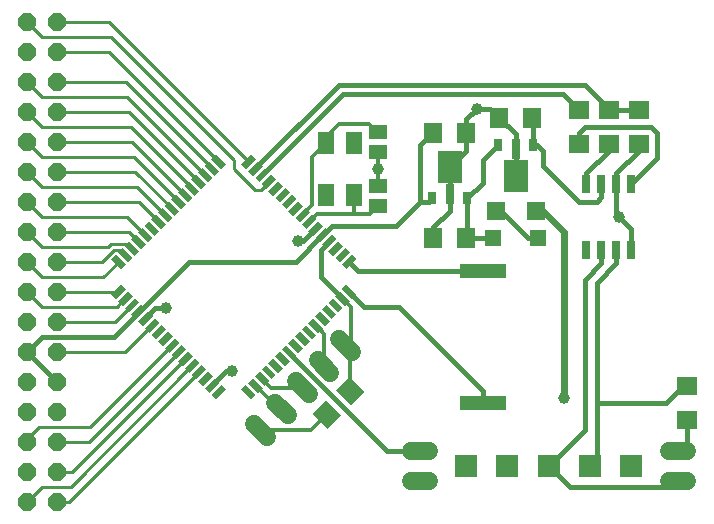
<source format=gbr>
G04 EAGLE Gerber RS-274X export*
G75*
%MOMM*%
%FSLAX34Y34*%
%LPD*%
%INTop Copper*%
%IPPOS*%
%AMOC8*
5,1,8,0,0,1.08239X$1,22.5*%
G01*
%ADD10R,0.558800X1.193800*%
%ADD11R,1.193800X0.558800*%
%ADD12R,1.500000X1.300000*%
%ADD13R,1.803000X1.600000*%
%ADD14R,1.400000X1.900000*%
%ADD15R,1.600000X1.800000*%
%ADD16C,1.524000*%
%ADD17R,0.711200X1.524000*%
%ADD18R,0.700000X1.100000*%
%ADD19R,0.700000X1.800000*%
%ADD20R,2.000000X2.800000*%
%ADD21R,1.400000X1.400000*%
%ADD22R,1.600000X1.600000*%
%ADD23P,1.649562X8X292.500000*%
%ADD24R,4.000000X1.200000*%
%ADD25R,1.950000X1.950000*%
%ADD26C,0.254000*%
%ADD27C,0.406400*%
%ADD28C,0.304800*%
%ADD29C,1.006400*%
%ADD30C,0.609600*%


D10*
G36*
X180017Y111815D02*
X183968Y107864D01*
X175527Y99423D01*
X171576Y103374D01*
X180017Y111815D01*
G37*
G36*
X174360Y117472D02*
X178311Y113521D01*
X169870Y105080D01*
X165919Y109031D01*
X174360Y117472D01*
G37*
G36*
X168703Y123129D02*
X172654Y119178D01*
X164213Y110737D01*
X160262Y114688D01*
X168703Y123129D01*
G37*
G36*
X163047Y128786D02*
X166998Y124835D01*
X158557Y116394D01*
X154606Y120345D01*
X163047Y128786D01*
G37*
G36*
X157390Y134443D02*
X161341Y130492D01*
X152900Y122051D01*
X148949Y126002D01*
X157390Y134443D01*
G37*
G36*
X151733Y140100D02*
X155684Y136149D01*
X147243Y127708D01*
X143292Y131659D01*
X151733Y140100D01*
G37*
G36*
X146076Y145756D02*
X150027Y141805D01*
X141586Y133364D01*
X137635Y137315D01*
X146076Y145756D01*
G37*
G36*
X140419Y151413D02*
X144370Y147462D01*
X135929Y139021D01*
X131978Y142972D01*
X140419Y151413D01*
G37*
G36*
X134762Y157070D02*
X138713Y153119D01*
X130272Y144678D01*
X126321Y148629D01*
X134762Y157070D01*
G37*
G36*
X129105Y162727D02*
X133056Y158776D01*
X124615Y150335D01*
X120664Y154286D01*
X129105Y162727D01*
G37*
G36*
X123449Y168384D02*
X127400Y164433D01*
X118959Y155992D01*
X115008Y159943D01*
X123449Y168384D01*
G37*
G36*
X117792Y174041D02*
X121743Y170090D01*
X113302Y161649D01*
X109351Y165600D01*
X117792Y174041D01*
G37*
G36*
X112135Y179698D02*
X116086Y175747D01*
X107645Y167306D01*
X103694Y171257D01*
X112135Y179698D01*
G37*
G36*
X106478Y185354D02*
X110429Y181403D01*
X101988Y172962D01*
X98037Y176913D01*
X106478Y185354D01*
G37*
G36*
X100821Y191011D02*
X104772Y187060D01*
X96331Y178619D01*
X92380Y182570D01*
X100821Y191011D01*
G37*
G36*
X95164Y196668D02*
X99115Y192717D01*
X90674Y184276D01*
X86723Y188227D01*
X95164Y196668D01*
G37*
D11*
G36*
X240581Y151413D02*
X249022Y142972D01*
X245071Y139021D01*
X236630Y147462D01*
X240581Y151413D01*
G37*
G36*
X234924Y145756D02*
X243365Y137315D01*
X239414Y133364D01*
X230973Y141805D01*
X234924Y145756D01*
G37*
G36*
X229267Y140100D02*
X237708Y131659D01*
X233757Y127708D01*
X225316Y136149D01*
X229267Y140100D01*
G37*
G36*
X223610Y134443D02*
X232051Y126002D01*
X228100Y122051D01*
X219659Y130492D01*
X223610Y134443D01*
G37*
G36*
X217953Y128786D02*
X226394Y120345D01*
X222443Y116394D01*
X214002Y124835D01*
X217953Y128786D01*
G37*
G36*
X212297Y123129D02*
X220738Y114688D01*
X216787Y110737D01*
X208346Y119178D01*
X212297Y123129D01*
G37*
G36*
X206640Y117472D02*
X215081Y109031D01*
X211130Y105080D01*
X202689Y113521D01*
X206640Y117472D01*
G37*
G36*
X200983Y111815D02*
X209424Y103374D01*
X205473Y99423D01*
X197032Y107864D01*
X200983Y111815D01*
G37*
G36*
X246238Y157070D02*
X254679Y148629D01*
X250728Y144678D01*
X242287Y153119D01*
X246238Y157070D01*
G37*
G36*
X251895Y162727D02*
X260336Y154286D01*
X256385Y150335D01*
X247944Y158776D01*
X251895Y162727D01*
G37*
G36*
X257551Y168384D02*
X265992Y159943D01*
X262041Y155992D01*
X253600Y164433D01*
X257551Y168384D01*
G37*
G36*
X263208Y174041D02*
X271649Y165600D01*
X267698Y161649D01*
X259257Y170090D01*
X263208Y174041D01*
G37*
G36*
X268865Y179698D02*
X277306Y171257D01*
X273355Y167306D01*
X264914Y175747D01*
X268865Y179698D01*
G37*
G36*
X274522Y185354D02*
X282963Y176913D01*
X279012Y172962D01*
X270571Y181403D01*
X274522Y185354D01*
G37*
G36*
X280179Y191011D02*
X288620Y182570D01*
X284669Y178619D01*
X276228Y187060D01*
X280179Y191011D01*
G37*
G36*
X285836Y196668D02*
X294277Y188227D01*
X290326Y184276D01*
X281885Y192717D01*
X285836Y196668D01*
G37*
D10*
G36*
X290326Y222124D02*
X294277Y218173D01*
X285836Y209732D01*
X281885Y213683D01*
X290326Y222124D01*
G37*
G36*
X284669Y227781D02*
X288620Y223830D01*
X280179Y215389D01*
X276228Y219340D01*
X284669Y227781D01*
G37*
G36*
X279012Y233438D02*
X282963Y229487D01*
X274522Y221046D01*
X270571Y224997D01*
X279012Y233438D01*
G37*
G36*
X273355Y239094D02*
X277306Y235143D01*
X268865Y226702D01*
X264914Y230653D01*
X273355Y239094D01*
G37*
G36*
X267698Y244751D02*
X271649Y240800D01*
X263208Y232359D01*
X259257Y236310D01*
X267698Y244751D01*
G37*
G36*
X262041Y250408D02*
X265992Y246457D01*
X257551Y238016D01*
X253600Y241967D01*
X262041Y250408D01*
G37*
G36*
X256385Y256065D02*
X260336Y252114D01*
X251895Y243673D01*
X247944Y247624D01*
X256385Y256065D01*
G37*
G36*
X250728Y261722D02*
X254679Y257771D01*
X246238Y249330D01*
X242287Y253281D01*
X250728Y261722D01*
G37*
G36*
X245071Y267379D02*
X249022Y263428D01*
X240581Y254987D01*
X236630Y258938D01*
X245071Y267379D01*
G37*
G36*
X239414Y273036D02*
X243365Y269085D01*
X234924Y260644D01*
X230973Y264595D01*
X239414Y273036D01*
G37*
G36*
X233757Y278692D02*
X237708Y274741D01*
X229267Y266300D01*
X225316Y270251D01*
X233757Y278692D01*
G37*
G36*
X228100Y284349D02*
X232051Y280398D01*
X223610Y271957D01*
X219659Y275908D01*
X228100Y284349D01*
G37*
G36*
X222443Y290006D02*
X226394Y286055D01*
X217953Y277614D01*
X214002Y281565D01*
X222443Y290006D01*
G37*
G36*
X216787Y295663D02*
X220738Y291712D01*
X212297Y283271D01*
X208346Y287222D01*
X216787Y295663D01*
G37*
G36*
X211130Y301320D02*
X215081Y297369D01*
X206640Y288928D01*
X202689Y292879D01*
X211130Y301320D01*
G37*
G36*
X205473Y306977D02*
X209424Y303026D01*
X200983Y294585D01*
X197032Y298536D01*
X205473Y306977D01*
G37*
D11*
G36*
X175527Y306977D02*
X183968Y298536D01*
X180017Y294585D01*
X171576Y303026D01*
X175527Y306977D01*
G37*
G36*
X169870Y301320D02*
X178311Y292879D01*
X174360Y288928D01*
X165919Y297369D01*
X169870Y301320D01*
G37*
G36*
X164213Y295663D02*
X172654Y287222D01*
X168703Y283271D01*
X160262Y291712D01*
X164213Y295663D01*
G37*
G36*
X158557Y290006D02*
X166998Y281565D01*
X163047Y277614D01*
X154606Y286055D01*
X158557Y290006D01*
G37*
G36*
X152900Y284349D02*
X161341Y275908D01*
X157390Y271957D01*
X148949Y280398D01*
X152900Y284349D01*
G37*
G36*
X147243Y278692D02*
X155684Y270251D01*
X151733Y266300D01*
X143292Y274741D01*
X147243Y278692D01*
G37*
G36*
X141586Y273036D02*
X150027Y264595D01*
X146076Y260644D01*
X137635Y269085D01*
X141586Y273036D01*
G37*
G36*
X135929Y267379D02*
X144370Y258938D01*
X140419Y254987D01*
X131978Y263428D01*
X135929Y267379D01*
G37*
G36*
X130272Y261722D02*
X138713Y253281D01*
X134762Y249330D01*
X126321Y257771D01*
X130272Y261722D01*
G37*
G36*
X124615Y256065D02*
X133056Y247624D01*
X129105Y243673D01*
X120664Y252114D01*
X124615Y256065D01*
G37*
G36*
X118959Y250408D02*
X127400Y241967D01*
X123449Y238016D01*
X115008Y246457D01*
X118959Y250408D01*
G37*
G36*
X113302Y244751D02*
X121743Y236310D01*
X117792Y232359D01*
X109351Y240800D01*
X113302Y244751D01*
G37*
G36*
X107645Y239094D02*
X116086Y230653D01*
X112135Y226702D01*
X103694Y235143D01*
X107645Y239094D01*
G37*
G36*
X101988Y233438D02*
X110429Y224997D01*
X106478Y221046D01*
X98037Y229487D01*
X101988Y233438D01*
G37*
G36*
X96331Y227781D02*
X104772Y219340D01*
X100821Y215389D01*
X92380Y223830D01*
X96331Y227781D01*
G37*
G36*
X90674Y222124D02*
X99115Y213683D01*
X95164Y209732D01*
X86723Y218173D01*
X90674Y222124D01*
G37*
D12*
X312420Y309000D03*
X312420Y326000D03*
D13*
X482600Y315980D03*
X482600Y344420D03*
D12*
X312420Y280280D03*
X312420Y263280D03*
D14*
X292670Y272640D03*
X292670Y316640D03*
X268670Y316640D03*
X268670Y272640D03*
D15*
G36*
X281521Y85914D02*
X270208Y74601D01*
X257481Y87328D01*
X268794Y98641D01*
X281521Y85914D01*
G37*
G36*
X301319Y105712D02*
X290006Y94399D01*
X277279Y107126D01*
X288592Y118439D01*
X301319Y105712D01*
G37*
D16*
X290229Y139753D02*
X279453Y150529D01*
X261492Y132569D02*
X272269Y121792D01*
X254308Y103832D02*
X243532Y114608D01*
X225571Y96648D02*
X236348Y85871D01*
X218387Y67911D02*
X207611Y78687D01*
D17*
X527050Y281940D03*
X514350Y281940D03*
X501650Y281940D03*
X488950Y281940D03*
X488950Y226060D03*
X501650Y226060D03*
X514350Y226060D03*
X527050Y226060D03*
D18*
X388380Y269520D03*
X358380Y269520D03*
D19*
X373380Y273020D03*
D20*
X373380Y296020D03*
D18*
X414260Y314680D03*
X444260Y314680D03*
D19*
X429260Y311180D03*
D20*
X429260Y288180D03*
D21*
X410260Y236220D03*
X448260Y236220D03*
D13*
X508000Y315980D03*
X508000Y344420D03*
X533400Y344420D03*
X533400Y315980D03*
D15*
X415260Y337820D03*
X443260Y337820D03*
D16*
X558800Y55880D02*
X574040Y55880D01*
X574040Y30480D02*
X558800Y30480D01*
D13*
X574040Y82300D03*
X574040Y110740D03*
D22*
X446260Y259080D03*
X412260Y259080D03*
D23*
X40640Y419100D03*
X15240Y419100D03*
X40640Y393700D03*
X15240Y393700D03*
X40640Y368300D03*
X15240Y368300D03*
X40640Y342900D03*
X15240Y342900D03*
X40640Y317500D03*
X15240Y317500D03*
X40640Y292100D03*
X15240Y292100D03*
X40640Y266700D03*
X15240Y266700D03*
X40640Y241300D03*
X15240Y241300D03*
X40640Y215900D03*
X15240Y215900D03*
X40640Y190500D03*
X15240Y190500D03*
X40640Y165100D03*
X15240Y165100D03*
X40640Y139700D03*
X15240Y139700D03*
X40640Y114300D03*
X15240Y114300D03*
X40640Y88900D03*
X15240Y88900D03*
X40640Y63500D03*
X15240Y63500D03*
X40640Y38100D03*
X15240Y38100D03*
X40640Y12700D03*
X15240Y12700D03*
D15*
X387380Y325120D03*
X359380Y325120D03*
X359380Y236220D03*
X387380Y236220D03*
D24*
X401320Y208400D03*
X401320Y96400D03*
D16*
X355600Y55880D02*
X340360Y55880D01*
X340360Y30480D02*
X355600Y30480D01*
D25*
X527200Y43180D03*
X492200Y43180D03*
X457200Y43180D03*
X422200Y43180D03*
X387200Y43180D03*
D26*
X98940Y368300D02*
X40640Y368300D01*
X98940Y368300D02*
X172115Y295124D01*
X84909Y419100D02*
X40640Y419100D01*
X84909Y419100D02*
X203228Y300781D01*
X84854Y393700D02*
X40640Y393700D01*
X84854Y393700D02*
X177772Y300781D01*
X213248Y276860D02*
X220198Y283810D01*
X213248Y276860D02*
X208280Y276860D01*
X190500Y294640D01*
X190500Y302260D01*
X86360Y406400D01*
X27940Y406400D01*
X15240Y419100D01*
D27*
X288081Y215928D02*
X295609Y208400D01*
X401320Y208400D01*
D26*
X15240Y63500D02*
X12700Y63500D01*
X25400Y76200D01*
X69157Y76200D02*
X138174Y145217D01*
X69157Y76200D02*
X25400Y76200D01*
X50912Y12700D02*
X160802Y122590D01*
X50912Y12700D02*
X40640Y12700D01*
X27940Y25400D02*
X15240Y12700D01*
X52298Y25400D02*
X155145Y128247D01*
X52298Y25400D02*
X27940Y25400D01*
X27940Y355600D02*
X15240Y368300D01*
X100327Y355600D02*
X166458Y289467D01*
X100327Y355600D02*
X27940Y355600D01*
X101713Y342900D02*
X160802Y283810D01*
X101713Y342900D02*
X40640Y342900D01*
X27940Y330200D02*
X15240Y342900D01*
X103099Y330200D02*
X155145Y278153D01*
X103099Y330200D02*
X27940Y330200D01*
X104485Y317500D02*
X149488Y272496D01*
X104485Y317500D02*
X40640Y317500D01*
X27940Y304800D02*
X15240Y317500D01*
X105871Y304800D02*
X143831Y266840D01*
X105871Y304800D02*
X27940Y304800D01*
X107258Y292100D02*
X138174Y261183D01*
X107258Y292100D02*
X40640Y292100D01*
X27940Y279400D02*
X15240Y292100D01*
X108644Y279400D02*
X132517Y255526D01*
X108644Y279400D02*
X27940Y279400D01*
X110031Y266700D02*
X126860Y249869D01*
X110031Y266700D02*
X40640Y266700D01*
X27940Y254000D02*
X15240Y266700D01*
X100103Y254000D02*
X115547Y238555D01*
X100103Y254000D02*
X27940Y254000D01*
X101489Y241300D02*
X109890Y232898D01*
X101489Y241300D02*
X40640Y241300D01*
X27940Y228600D02*
X15240Y241300D01*
X100335Y231140D02*
X104233Y227242D01*
X100335Y231140D02*
X86360Y231140D01*
X83820Y228600D01*
X27940Y228600D01*
X94102Y226060D02*
X98576Y221585D01*
X94102Y226060D02*
X88900Y226060D01*
X78740Y215900D01*
X40640Y215900D01*
X27940Y203200D02*
X15240Y215900D01*
X80192Y203200D02*
X92919Y215928D01*
X80192Y203200D02*
X27940Y203200D01*
X40640Y190500D02*
X92893Y190500D01*
X92919Y190472D01*
X98576Y184815D02*
X91561Y177800D01*
X27940Y177800D01*
X15240Y190500D01*
X90174Y165100D02*
X104233Y179158D01*
X90174Y165100D02*
X40640Y165100D01*
D27*
X249264Y233680D02*
X259796Y244212D01*
X249264Y233680D02*
X245110Y233680D01*
X124232Y176530D02*
X115547Y167845D01*
X124232Y176530D02*
X133350Y176530D01*
X184029Y123190D02*
X189230Y123190D01*
X184029Y123190D02*
X172115Y111276D01*
X429260Y288180D02*
X429260Y323820D01*
X415260Y337820D01*
X407640Y345440D02*
X396240Y345440D01*
X407640Y345440D02*
X415260Y337820D01*
X387380Y336580D02*
X387380Y325120D01*
X387380Y336580D02*
X396240Y345440D01*
X387380Y325120D02*
X387380Y310020D01*
X373380Y296020D01*
X359380Y245080D02*
X359380Y236220D01*
X359380Y245080D02*
X373380Y259080D01*
X373380Y296020D01*
D28*
X269501Y86621D02*
X256179Y73299D01*
X212999Y73299D01*
D27*
X514350Y281940D02*
X514350Y290830D01*
X533400Y309880D01*
X533400Y315980D01*
X514350Y256540D02*
X516890Y254000D01*
X514350Y256540D02*
X514350Y281940D01*
X516890Y254000D02*
X527050Y243840D01*
X527050Y226060D01*
D28*
X312420Y294640D02*
X312420Y309000D01*
X312420Y294640D02*
X312420Y280280D01*
D29*
X516890Y254000D03*
X396240Y345440D03*
X245110Y233680D03*
X189230Y123190D03*
X133350Y176530D03*
X312420Y294640D03*
D27*
X271110Y232898D02*
X264160Y225948D01*
X264160Y203080D01*
X282424Y184815D01*
D28*
X284841Y145141D02*
X289300Y140684D01*
X289299Y106419D01*
X289560Y177680D02*
X282424Y184815D01*
X289560Y177680D02*
X289560Y149860D01*
X284841Y145141D01*
D27*
X242798Y215900D02*
X265453Y238555D01*
X242798Y215900D02*
X152288Y215900D01*
X109890Y173502D01*
X40640Y114300D02*
X15240Y139700D01*
X88788Y152400D02*
X109890Y173502D01*
X88788Y152400D02*
X27940Y152400D01*
X15240Y139700D01*
X265453Y238555D02*
X273278Y246380D01*
X327660Y246380D01*
X347980Y266700D01*
X347980Y314960D01*
X358140Y325120D01*
X359380Y325120D01*
X358380Y269520D02*
X355560Y266700D01*
X347980Y266700D01*
D28*
X256540Y263583D02*
X248483Y255526D01*
X256540Y263583D02*
X256540Y304510D01*
X268670Y316640D01*
X311540Y326000D02*
X312420Y326000D01*
X311540Y326000D02*
X304800Y332740D01*
X279400Y332740D01*
X269240Y322580D01*
X269240Y317210D01*
X268670Y316640D01*
X260810Y256540D02*
X254140Y249869D01*
X260810Y256540D02*
X279400Y256540D01*
X292670Y256540D02*
X305680Y256540D01*
X312420Y263280D01*
X292670Y256540D02*
X292670Y272640D01*
X292670Y256540D02*
X279400Y256540D01*
X208885Y111276D02*
X228902Y91260D01*
X230959Y91259D01*
X222255Y109220D02*
X214542Y116933D01*
X222255Y109220D02*
X248920Y109220D01*
X266881Y155104D02*
X259796Y162188D01*
X266881Y155104D02*
X266881Y127181D01*
D27*
X388380Y269520D02*
X401320Y282460D01*
X401320Y301740D01*
X414260Y314680D01*
X388380Y269520D02*
X388380Y241300D01*
X388380Y237220D01*
X387380Y236220D01*
X393460Y236220D02*
X410260Y236220D01*
X393460Y236220D02*
X388380Y241300D01*
X444260Y314680D02*
X444260Y336820D01*
X443260Y337820D01*
X444260Y314680D02*
X447320Y314680D01*
X452120Y309880D01*
X452120Y297180D01*
X482600Y266700D01*
X497840Y266700D01*
X501650Y270510D01*
X501650Y281940D01*
D26*
X143831Y139560D02*
X67770Y63500D01*
X40640Y63500D01*
D27*
X214542Y289467D02*
X283214Y358140D01*
X468880Y358140D02*
X482600Y344420D01*
X468880Y358140D02*
X283214Y358140D01*
X508000Y344420D02*
X533400Y344420D01*
X279521Y365760D02*
X208885Y295124D01*
X508000Y344420D02*
X508000Y345440D01*
X487680Y365760D01*
X279521Y365760D01*
X482600Y325120D02*
X482600Y315980D01*
X482600Y325120D02*
X487680Y330200D01*
X543560Y330200D01*
X548640Y325120D01*
X548640Y303530D01*
X527050Y281940D01*
X488950Y281940D02*
X488950Y290830D01*
X508000Y309880D01*
X508000Y315980D01*
X514350Y226060D02*
X514350Y214630D01*
X497840Y198120D01*
X497840Y96520D02*
X497840Y48820D01*
X497840Y96520D02*
X497840Y198120D01*
X497840Y48820D02*
X492200Y43180D01*
X570480Y110740D02*
X574040Y110740D01*
X570480Y110740D02*
X556260Y96520D01*
X497840Y96520D01*
X501650Y214630D02*
X501650Y226060D01*
X501650Y214630D02*
X487680Y200660D01*
X487680Y73660D01*
X457200Y43180D01*
X561340Y25400D02*
X566420Y30480D01*
X561340Y25400D02*
X474980Y25400D01*
X457200Y43180D01*
X566420Y55880D02*
X574040Y63500D01*
X574040Y82300D01*
X448260Y236220D02*
X439420Y236220D01*
X416560Y259080D01*
X412260Y259080D01*
D30*
X469900Y241300D02*
X469900Y100480D01*
X469900Y241300D02*
X452120Y259080D01*
X446260Y259080D01*
D29*
X469900Y100480D03*
D26*
X121204Y162188D02*
X98716Y139700D01*
X40640Y139700D01*
X53684Y38100D02*
X149488Y133904D01*
X53684Y38100D02*
X40640Y38100D01*
D27*
X320040Y55880D02*
X347980Y55880D01*
X320040Y55880D02*
X237170Y138750D01*
X237169Y139560D01*
X288081Y190472D02*
X300754Y177800D01*
X330200Y177800D01*
X401320Y106680D01*
X401320Y96400D01*
M02*

</source>
